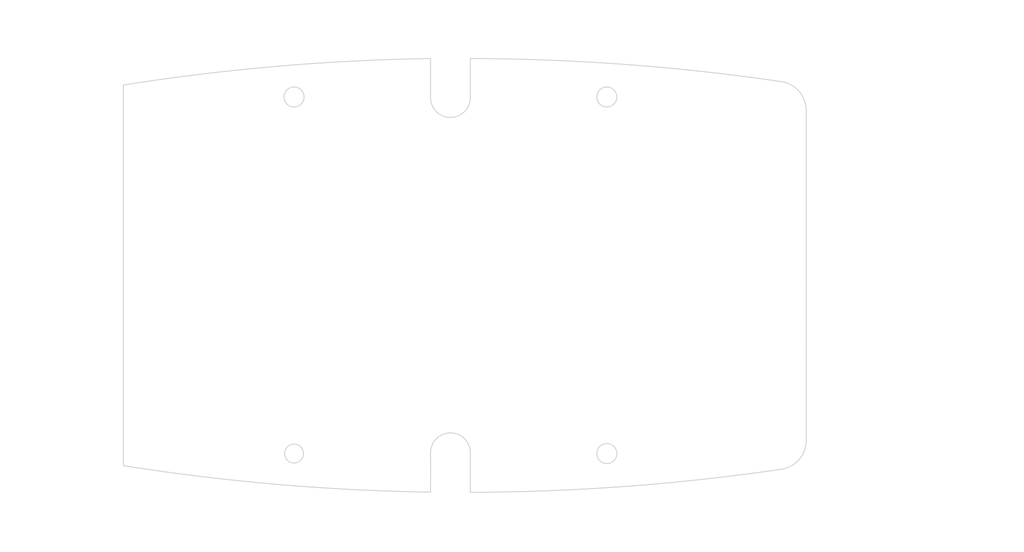
<source format=kicad_pcb>
(kicad_pcb (version 20190605) (host pcbnew "(5.99.0-29-gc3274e15f-dirty)")

  (general
    (thickness 1.6002)
    (drawings 27)
    (tracks 0)
    (modules 0)
    (nets 1)
  )

  (page "USLetter")
  (title_block
    (rev "1")
  )

  (layers
    (0 "Front" signal)
    (1 "In1.Cu" signal)
    (2 "In2.Cu" signal)
    (31 "Back" signal)
    (34 "B.Paste" user)
    (35 "F.Paste" user)
    (36 "B.SilkS" user)
    (37 "F.SilkS" user)
    (38 "B.Mask" user)
    (39 "F.Mask" user)
    (40 "Dwgs.User" user)
    (44 "Edge.Cuts" user)
    (45 "Margin" user)
    (46 "B.CrtYd" user)
    (47 "F.CrtYd" user)
    (49 "F.Fab" user)
  )

  (setup
    (last_trace_width 0.254)
    (user_trace_width 0.127)
    (user_trace_width 0.254)
    (user_trace_width 0.508)
    (user_trace_width 0.762)
    (trace_clearance 0.1524)
    (zone_clearance 0.508)
    (zone_45_only no)
    (trace_min 0.127)
    (via_size 0.6858)
    (via_drill 0.3302)
    (via_min_size 0.4572)
    (via_min_drill 0.254)
    (user_via 0.6858 0.3302)
    (user_via 0.889 0.381)
    (uvia_size 0.6858)
    (uvia_drill 0.3302)
    (uvias_allowed no)
    (uvia_min_size 0)
    (uvia_min_drill 0)
    (max_error 0.005)
    (defaults
      (edge_clearance 0.01)
      (edge_cuts_line_width 0.15)
      (courtyard_line_width 0.05)
      (copper_line_width 0.254)
      (copper_text_dims (size 1.524 1.524) (thickness 0.3048) keep_upright)
      (silk_line_width 0.127)
      (silk_text_dims (size 0.762 0.762) (thickness 0.127) keep_upright)
      (other_layers_line_width 0.1)
      (other_layers_text_dims (size 1 1) (thickness 0.15) keep_upright)
    )
    (pad_size 1.524 1.524)
    (pad_drill 0.762)
    (pad_to_mask_clearance 0)
    (solder_mask_min_width 0.1016)
    (aux_axis_origin 0 0)
    (grid_origin 138.640006 70.574169)
    (visible_elements FFFFFF7F)
    (pcbplotparams
      (layerselection 0x010fc_ffffffff)
      (usegerberextensions false)
      (usegerberattributes false)
      (usegerberadvancedattributes false)
      (creategerberjobfile false)
      (excludeedgelayer true)
      (linewidth 0.152400)
      (plotframeref false)
      (viasonmask false)
      (mode 1)
      (useauxorigin false)
      (hpglpennumber 1)
      (hpglpenspeed 20)
      (hpglpendiameter 15.000000)
      (psnegative false)
      (psa4output false)
      (plotreference true)
      (plotvalue false)
      (plotinvisibletext false)
      (padsonsilk false)
      (subtractmaskfromsilk true)
      (outputformat 1)
      (mirror false)
      (drillshape 0)
      (scaleselection 1)
      (outputdirectory "./gerbers"))
  )

  (net 0 "")

  (net_class "Default" "This is the default net class."
    (clearance 0.1524)
    (trace_width 0.254)
    (via_dia 0.6858)
    (via_drill 0.3302)
    (uvia_dia 0.6858)
    (uvia_drill 0.3302)
    (diff_pair_width 0.1524)
    (diff_pair_gap 0.254)
  )

  (gr_text "1553B" (at 185.580006 148.024169) (layer "Dwgs.User")
    (effects (font (size 2 2) (thickness 0.15)))
  )
  (dimension 9.44 (width 0.1) (layer "Dwgs.User")
    (gr_text "9.440 mm" (at 146.760006 75.294169 270) (layer "Dwgs.User")
      (effects (font (size 1 1) (thickness 0.15)))
    )
    (feature1 (pts (xy 138.640006 80.014169) (xy 146.096427 80.014169)))
    (feature2 (pts (xy 138.640006 70.574169) (xy 146.096427 70.574169)))
    (crossbar (pts (xy 145.510006 70.574169) (xy 145.510006 80.014169)))
    (arrow1a (pts (xy 145.510006 80.014169) (xy 144.923585 78.887665)))
    (arrow1b (pts (xy 145.510006 80.014169) (xy 146.096427 78.887665)))
    (arrow2a (pts (xy 145.510006 70.574169) (xy 144.923585 71.700673)))
    (arrow2b (pts (xy 145.510006 70.574169) (xy 146.096427 71.700673)))
  )
  (dimension 3.2 (width 0.1) (layer "Dwgs.User")
    (gr_text "3.200 mm" (at 110.464985 84.171611) (layer "Dwgs.User")
      (effects (font (size 1 1) (thickness 0.15)))
    )
    (feature1 (pts (xy 112.064985 76.722851) (xy 112.064985 83.508032)))
    (feature2 (pts (xy 108.864985 76.722851) (xy 108.864985 83.508032)))
    (crossbar (pts (xy 108.864985 82.921611) (xy 112.064985 82.921611)))
    (arrow1a (pts (xy 112.064985 82.921611) (xy 110.938481 83.508032)))
    (arrow1b (pts (xy 112.064985 82.921611) (xy 110.938481 82.33519)))
    (arrow2a (pts (xy 108.864985 82.921611) (xy 109.991489 83.508032)))
    (arrow2b (pts (xy 108.864985 82.921611) (xy 109.991489 82.33519)))
  )
  (dimension 60.854187 (width 0.1) (layer "Dwgs.User")
    (gr_text "60.86 mm" (at 67.170002 105.234546 270) (layer "Dwgs.User")
      (effects (font (size 1 1) (thickness 0.15)))
    )
    (feature1 (pts (xy 83.183254 135.66164) (xy 67.833581 135.66164)))
    (feature2 (pts (xy 83.183254 74.807453) (xy 67.833581 74.807453)))
    (crossbar (pts (xy 68.420002 74.807453) (xy 68.420002 135.66164)))
    (arrow1a (pts (xy 68.420002 135.66164) (xy 67.833581 134.535136)))
    (arrow1b (pts (xy 68.420002 135.66164) (xy 69.006423 134.535136)))
    (arrow2a (pts (xy 68.420002 74.807453) (xy 67.833581 75.933957)))
    (arrow2b (pts (xy 68.420002 74.807453) (xy 69.006423 75.933957)))
  )
  (dimension 61.928332 (width 0.1) (layer "Dwgs.User")
    (gr_text "61.928 mm" (at 215.075973 105.249365 270) (layer "Dwgs.User")
      (effects (font (size 1 1) (thickness 0.15)))
    )
    (feature1 (pts (xy 188.498047 136.213531) (xy 214.412394 136.213531)))
    (feature2 (pts (xy 188.498047 74.285199) (xy 214.412394 74.285199)))
    (crossbar (pts (xy 213.825973 74.285199) (xy 213.825973 136.213531)))
    (arrow1a (pts (xy 213.825973 136.213531) (xy 213.239552 135.087027)))
    (arrow1b (pts (xy 213.825973 136.213531) (xy 214.412394 135.087027)))
    (arrow2a (pts (xy 213.825973 74.285199) (xy 213.239552 75.411703)))
    (arrow2b (pts (xy 213.825973 74.285199) (xy 214.412394 75.411703)))
  )
  (dimension 69.350915 (width 0.1) (layer "Dwgs.User")
    (gr_text "69.351 mm" (at 223.456926 105.238943 -89.99278256) (layer "Dwgs.User")
      (effects (font (size 1 1) (thickness 0.15)))
    )
    (feature1 (pts (xy 138.640006 70.574169) (xy 222.788979 70.563569)))
    (feature2 (pts (xy 138.648742 139.925083) (xy 222.797715 139.914483)))
    (crossbar (pts (xy 222.211294 139.914557) (xy 222.202558 70.563643)))
    (arrow1a (pts (xy 222.202558 70.563643) (xy 222.789121 71.690073)))
    (arrow1b (pts (xy 222.202558 70.563643) (xy 221.616279 71.690221)))
    (arrow2a (pts (xy 222.211294 139.914557) (xy 222.797573 138.787979)))
    (arrow2b (pts (xy 222.211294 139.914557) (xy 221.624731 138.788127)))
  )
  (gr_arc (start 137.683254 420.207453) (end 138.640006 70.574169) (angle 8.2) (layer "Edge.Cuts") (width 0.15) (tstamp 5D6DBEE5))
  (gr_arc (start 187.655584 78.893484) (end 192.339586 78.971982) (angle -80.6) (layer "Edge.Cuts") (width 0.15) (tstamp 5D6DBEE4))
  (gr_arc (start 137.683253 420.207452) (end 83.183254 74.807453) (angle 8.082917658) (layer "Edge.Cuts") (width 0.15) (tstamp 5D6DBE88))
  (gr_arc (start 135.464985 76.818333) (end 138.639985 76.818333) (angle 180) (layer "Edge.Cuts") (width 0.15) (tstamp 5D6DBE7A))
  (gr_circle (center 110.464985 76.722851) (end 112.064985 76.722851) (layer "Edge.Cuts") (width 0.15) (tstamp 5D6DBE70))
  (gr_circle (center 110.464985 133.722851) (end 111.964985 133.623657) (layer "Edge.Cuts") (width 0.15) (tstamp 5D6DBE6D))
  (gr_circle (center 160.464985 133.722851) (end 162.064985 133.722851) (layer "Edge.Cuts") (width 0.15) (tstamp 5D6DBE6A))
  (gr_circle (center 160.464985 76.722851) (end 162.064985 76.722851) (layer "Edge.Cuts") (width 0.15))
  (gr_arc (start 135.464985 133.597851) (end 132.289985 133.597851) (angle 180) (layer "Edge.Cuts") (width 0.15))
  (dimension 6.350021 (width 0.1) (layer "Dwgs.User")
    (gr_text "6.350 mm" (at 135.464995 123.421611) (layer "Dwgs.User")
      (effects (font (size 1 1) (thickness 0.15)))
    )
    (feature1 (pts (xy 138.640006 133.597851) (xy 138.640006 124.08519)))
    (feature2 (pts (xy 132.289985 133.597851) (xy 132.289985 124.08519)))
    (crossbar (pts (xy 132.289985 124.671611) (xy 138.640006 124.671611)))
    (arrow1a (pts (xy 138.640006 124.671611) (xy 137.513502 125.258032)))
    (arrow1b (pts (xy 138.640006 124.671611) (xy 137.513502 124.08519)))
    (arrow2a (pts (xy 132.289985 124.671611) (xy 133.416489 125.258032)))
    (arrow2b (pts (xy 132.289985 124.671611) (xy 133.416489 124.08519)))
  )
  (gr_arc (start 137.683254 -209.73836) (end 83.183255 135.661639) (angle -8.082783763) (layer "Edge.Cuts") (width 0.15) (tstamp 5D6DBE3D))
  (gr_arc (start 187.667178 131.605246) (end 192.35118 131.526748) (angle 80.6) (layer "Edge.Cuts") (width 0.15))
  (gr_arc (start 137.69199 -209.708201) (end 138.648742 139.925083) (angle -8.2) (layer "Edge.Cuts") (width 0.15))
  (dimension 109.167137 (width 0.1) (layer "Dwgs.User")
    (gr_text "109.167 mm" (at 137.766822 146.329924) (layer "Dwgs.User")
      (effects (font (size 1 1) (thickness 0.15)))
    )
    (feature1 (pts (xy 192.350391 135.66164) (xy 192.350391 145.666345)))
    (feature2 (pts (xy 83.183254 135.66164) (xy 83.183254 145.666345)))
    (crossbar (pts (xy 83.183254 145.079924) (xy 192.350391 145.079924)))
    (arrow1a (pts (xy 192.350391 145.079924) (xy 191.223887 145.666345)))
    (arrow1b (pts (xy 192.350391 145.079924) (xy 191.223887 144.493503)))
    (arrow2a (pts (xy 83.183254 145.079924) (xy 84.309758 145.666345)))
    (arrow2b (pts (xy 83.183254 145.079924) (xy 84.309758 144.493503)))
  )
  (dimension 49.106731 (width 0.1) (layer "Dwgs.User")
    (gr_text "49.107 mm" (at 107.736619 61.965632) (layer "Dwgs.User")
      (effects (font (size 1 1) (thickness 0.15)))
    )
    (feature1 (pts (xy 132.289985 74.807453) (xy 132.289985 62.629211)))
    (feature2 (pts (xy 83.183254 74.807453) (xy 83.183254 62.629211)))
    (crossbar (pts (xy 83.183254 63.215632) (xy 132.289985 63.215632)))
    (arrow1a (pts (xy 132.289985 63.215632) (xy 131.163481 63.802053)))
    (arrow1b (pts (xy 132.289985 63.215632) (xy 131.163481 62.629211)))
    (arrow2a (pts (xy 83.183254 63.215632) (xy 84.309758 63.802053)))
    (arrow2b (pts (xy 83.183254 63.215632) (xy 84.309758 62.629211)))
  )
  (gr_line (start 83.183254 74.807453) (end 83.183254 135.66164) (layer "Edge.Cuts") (width 0.15))
  (gr_line (start 132.289985 76.818333) (end 132.289985 70.574169) (layer "Edge.Cuts") (width 0.15))
  (gr_line (start 138.640006 70.574169) (end 138.640006 76.818333) (layer "Edge.Cuts") (width 0.15))
  (gr_line (start 132.289193 139.893322) (end 132.289985 133.597851) (layer "Edge.Cuts") (width 0.15))
  (gr_line (start 138.639985 133.597851) (end 138.648742 139.925083) (layer "Edge.Cuts") (width 0.15))
  (gr_line (start 192.350973 131.526748) (end 192.339586 78.971982) (layer "Edge.Cuts") (width 0.15))

)

</source>
